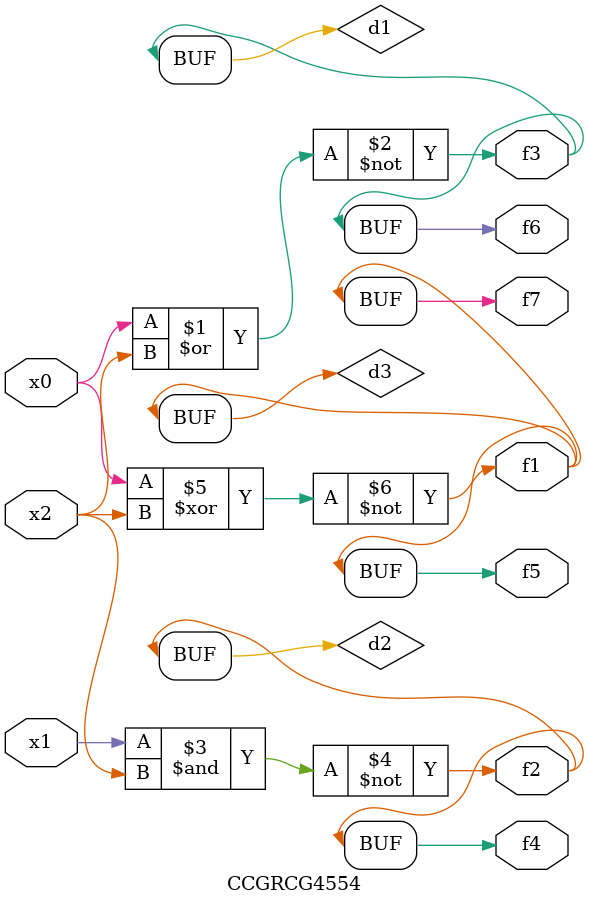
<source format=v>
module CCGRCG4554(
	input x0, x1, x2,
	output f1, f2, f3, f4, f5, f6, f7
);

	wire d1, d2, d3;

	nor (d1, x0, x2);
	nand (d2, x1, x2);
	xnor (d3, x0, x2);
	assign f1 = d3;
	assign f2 = d2;
	assign f3 = d1;
	assign f4 = d2;
	assign f5 = d3;
	assign f6 = d1;
	assign f7 = d3;
endmodule

</source>
